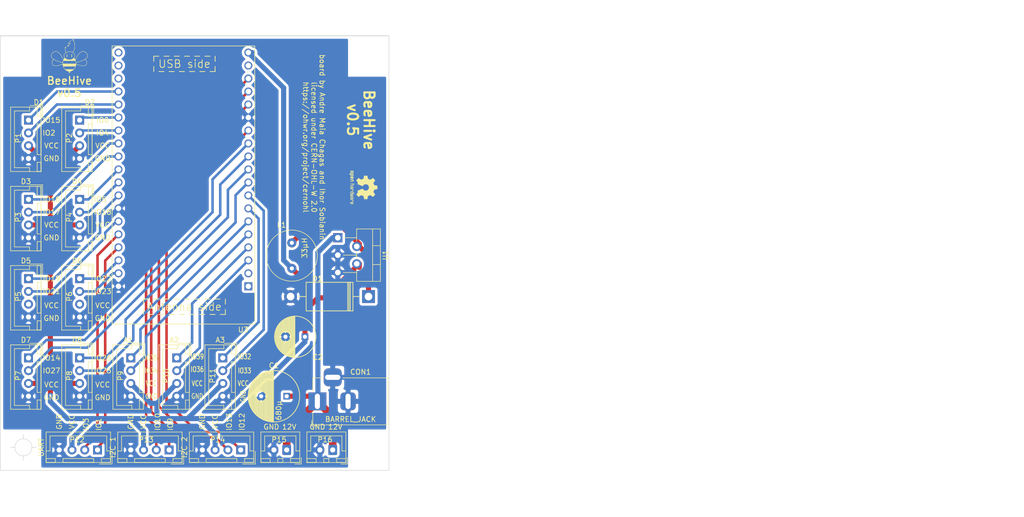
<source format=kicad_pcb>
(kicad_pcb (version 20171130) (host pcbnew 5.1.10-88a1d61d58~90~ubuntu20.04.1)
  (layers (0 F.Cu signal) (31 B.Cu signal) (34 B.Paste user) (35 F.Paste user) (36 B.SilkS user) (37 F.SilkS user) (38 B.Mask user) (39 F.Mask user) (44 Edge.Cuts user))
  (net 0 "")
  (net 1 GND)
  (net 2 "Net-(C1-Pad1)")
  (net 3 "Net-(D1-Pad1)")
  (net 4 "Net-(U3-Pad2)")
  (net 5 "Net-(U3-Pad1)")
  (net 6 D1-4)
  (net 7 D1-3)
  (net 8 +5V)
  (net 9 D2-4)
  (net 10 D2-3)
  (net 11 D3-4)
  (net 12 D3-3)
  (net 13 D4-4)
  (net 14 D4-3)
  (net 15 D5-4)
  (net 16 D5-3)
  (net 17 D6-4)
  (net 18 D6-3)
  (net 19 D7-4)
  (net 20 D7-3)
  (net 21 D8-4)
  (net 22 D8-3)
  (net 23 A1-4)
  (net 24 A1-3)
  (net 25 A2-4)
  (net 26 A2-3)
  (net 27 A3-4)
  (net 28 A3-3)
  (net 29 I2C_1-4)
  (net 30 I2C_1-3)
  (net 31 I2C_2-4)
  (net 32 I2C_2-3)
  (net 33 RX)
  (net 34 TX)
  (net 35 "Net-(U3-Pad38)")
  (net 36 "Net-(U3-Pad37)")
  (net 37 "Net-(U3-Pad36)")
  (net 38 "Net-(U3-Pad18)")
  (module Diode_THT:Diode_DO-201AD_Horizontal_RM15 (layer F.Cu) (at 207 111 180)
    (fp_text reference D1 (at 10 3.5) (layer F.SilkS))
    (fp_text value "Schottky 5A" hide)
    (pad 1 thru_hole rect (at 0.00122 -0.00296) (size 2.54 2.54) (drill 1.50114) (layers *.Cu *.Mask) (net 3 "Net-(D1-Pad1)"))
    (pad 2 thru_hole circle (at 15.24122 -0.00296) (size 2.54 2.54) (drill 1.50114) (layers *.Cu *.Mask) (net 1 GND))
  )
  (module Inductor_THT:Neosid_Inductor_MA-Bs75 (layer F.Cu) (at 192 100.5 270)
    (fp_text reference L1 (at -3.5 2 180) (layer F.SilkS))
    (fp_text value 33µH (at 1 -2.5 90) (layer F.SilkS))
    (pad 2 thru_hole circle (at 5 0 90) (size 1.8 1.8) (drill 0.8001) (layers *.Cu *.Mask) (net 8 +5V))
    (pad 1 thru_hole circle (at 0 0 90) (size 1.8 1.8) (drill 0.8001) (layers *.Cu *.Mask) (net 3 "Net-(D1-Pad1)"))
  )
  (module Capacitor_THT:C_Radial_D8_L13_P3.8 (layer F.Cu) (at 194.564 118.872 180)
    (fp_text reference C2 (at -2.5 -4 180) (layer F.SilkS))
    (fp_text value 220µ hide)
    (pad 2 thru_hole circle (at 3.8 0 180) (size 1.3 1.3) (drill 0.8) (layers *.Cu *.Mask) (net 1 GND))
    (pad 1 thru_hole rect (at 0 0 180) (size 1.3 1.3) (drill 0.8) (layers *.Cu *.Mask) (net 8 +5V))
  )
  (module logo-beehive:logo-beehive-7_2х6_7mm (layer F.Cu) (at 148.5 64)
    (fp_text reference G*** hide)
    (fp_text value LOGO hide)
  )
  (module Connector_JST:JST_XH_B2B-XH-A_1x02_P2.50mm_Vertical (layer F.Cu) (at 191 141 180)
    (fp_text reference P16 (at -7.5 2) (layer F.SilkS))
    (fp_text value Conn_01x02)
    (pad 2 thru_hole oval (at 2.5 0 180) (size 1.7 2) (drill 1) (layers *.Cu *.Mask) (net 1 GND))
    (pad 1 thru_hole roundrect (at 0 0 180) (size 1.7 2) (drill 1) (layers *.Cu *.Mask) (roundrect_rratio 0.1470588235294118) (net 2 "Net-(C1-Pad1)"))
  )
  (module Connector_JST:JST_XH_B2B-XH-A_1x02_P2.50mm_Vertical (layer F.Cu) (at 200 141 180)
    (fp_text reference P15 (at 10.5 2) (layer F.SilkS))
    (fp_text value Conn_01x02)
    (pad 2 thru_hole oval (at 2.5 0 180) (size 1.7 2) (drill 1) (layers *.Cu *.Mask) (net 1 GND))
    (pad 1 thru_hole roundrect (at 0 0 180) (size 1.7 2) (drill 1) (layers *.Cu *.Mask) (roundrect_rratio 0.1470588235294118) (net 2 "Net-(C1-Pad1)"))
  )
  (module Connector_JST:JST_XH_B04B-XH-A_04x2.50mm_Straight (layer F.Cu) (at 140.5 92 270)
    (fp_text reference P3 (at 3.5 2 90) (layer F.SilkS))
    (fp_text value D3 (at -3.5 0.5 180) (layer F.SilkS))
    (pad 4 thru_hole circle (at 7.5 0 270) (size 1.75 1.75) (drill 1) (layers *.Cu *.Mask) (net 1 GND))
    (pad 3 thru_hole circle (at 5 0 270) (size 1.75 1.75) (drill 1) (layers *.Cu *.Mask) (net 8 +5V))
    (pad 2 thru_hole circle (at 2.5 0 270) (size 1.75 1.75) (drill 1) (layers *.Cu *.Mask) (net 11 D3-4))
    (pad 1 thru_hole rect (at 0 0 270) (size 1.75 1.75) (drill 1) (layers *.Cu *.Mask) (net 12 D3-3))
  )
  (module Connector_JST:JST_XH_B04B-XH-A_04x2.50mm_Straight (layer F.Cu) (at 150.5 76.5 270)
    (fp_text reference P2 (at 3.5 2 90) (layer F.SilkS))
    (fp_text value D2 (at -3.5 -2 180) (layer F.SilkS))
    (pad 4 thru_hole circle (at 7.5 0 270) (size 1.75 1.75) (drill 1) (layers *.Cu *.Mask) (net 1 GND))
    (pad 3 thru_hole circle (at 5 0 270) (size 1.75 1.75) (drill 1) (layers *.Cu *.Mask) (net 8 +5V))
    (pad 2 thru_hole circle (at 2.5 0 270) (size 1.75 1.75) (drill 1) (layers *.Cu *.Mask) (net 9 D2-4))
    (pad 1 thru_hole rect (at 0 0 270) (size 1.75 1.75) (drill 1) (layers *.Cu *.Mask) (net 10 D2-3))
  )
  (module Connector_JST:JST_XH_B04B-XH-A_04x2.50mm_Straight (layer F.Cu) (at 140.5 76.5 270)
    (fp_text reference P1 (at 3.5 2 90) (layer F.SilkS))
    (fp_text value D1 (at -3.5 -2 180) (layer F.SilkS))
    (pad 4 thru_hole circle (at 7.5 0 270) (size 1.75 1.75) (drill 1) (layers *.Cu *.Mask) (net 1 GND))
    (pad 3 thru_hole circle (at 5 0 270) (size 1.75 1.75) (drill 1) (layers *.Cu *.Mask) (net 8 +5V))
    (pad 2 thru_hole circle (at 2.5 0 270) (size 1.75 1.75) (drill 1) (layers *.Cu *.Mask) (net 6 D1-4))
    (pad 1 thru_hole rect (at 0 0 270) (size 1.75 1.75) (drill 1) (layers *.Cu *.Mask) (net 7 D1-3))
  )
  (module Connector_JST:JST_XH_B04B-XH-A_04x2.50mm_Straight (layer F.Cu) (at 140.5 107.5 270)
    (fp_text reference P5 (at 3.5 2 90) (layer F.SilkS))
    (fp_text value D5 (at -3.5 0.5) (layer F.SilkS))
    (pad 4 thru_hole circle (at 7.5 0 270) (size 1.75 1.75) (drill 1) (layers *.Cu *.Mask) (net 1 GND))
    (pad 3 thru_hole circle (at 5 0 270) (size 1.75 1.75) (drill 1) (layers *.Cu *.Mask) (net 8 +5V))
    (pad 2 thru_hole circle (at 2.5 0 270) (size 1.75 1.75) (drill 1) (layers *.Cu *.Mask) (net 15 D5-4))
    (pad 1 thru_hole rect (at 0 0 270) (size 1.75 1.75) (drill 1) (layers *.Cu *.Mask) (net 16 D5-3))
  )
  (module "" (layer F.Cu) (at 145.5 79)
    (fp_text reference "" (at 189.5 65.5) (layer F.SilkS) (effects (font (size 1.27 1.27))))
    (fp_text value "" (at 189.5 65.5) (layer F.SilkS) (effects (font (size 1.27 1.27))))
  )
  (module Symbol:OSHW-Logo2_7.3x6mm_SilkScreen (layer F.Cu) (at 205.994 89.662 270)
    (fp_text reference " " hide)
    (fp_text value " " hide)
  )
  (module Connector_JST:JST_XH_B04B-XH-A_04x2.50mm_Straight (layer F.Cu) (at 182 141 180)
    (fp_text reference P14 (at 4.5 2 180) (layer F.SilkS))
    (fp_text value "I2C 2" (at 11 0.5 90) (layer F.SilkS))
    (pad 4 thru_hole circle (at 7.5 0 180) (size 1.75 1.75) (drill 1) (layers *.Cu *.Mask) (net 1 GND))
    (pad 3 thru_hole circle (at 5 0 180) (size 1.75 1.75) (drill 1) (layers *.Cu *.Mask) (net 8 +5V))
    (pad 2 thru_hole circle (at 2.5 0 180) (size 1.75 1.75) (drill 1) (layers *.Cu *.Mask) (net 31 I2C_2-4))
    (pad 1 thru_hole rect (at 0 0 180) (size 1.75 1.75) (drill 1) (layers *.Cu *.Mask) (net 32 I2C_2-3))
  )
  (module Connector_JST:JST_XH_B04B-XH-A_04x2.50mm_Straight (layer F.Cu) (at 154 141 180)
    (fp_text reference P12 (at 4 2 180) (layer F.SilkS))
    (fp_text value UART (at 11 0.5 90) (layer F.SilkS))
    (pad 4 thru_hole circle (at 7.5 0 180) (size 1.75 1.75) (drill 1) (layers *.Cu *.Mask) (net 1 GND))
    (pad 3 thru_hole circle (at 5 0 180) (size 1.75 1.75) (drill 1) (layers *.Cu *.Mask) (net 8 +5V))
    (pad 2 thru_hole circle (at 2.5 0 180) (size 1.75 1.75) (drill 1) (layers *.Cu *.Mask) (net 33 RX))
    (pad 1 thru_hole rect (at 0 0 180) (size 1.75 1.75) (drill 1) (layers *.Cu *.Mask) (net 34 TX))
  )
  (module Mounting_Holes:MountingHole_3.2mm_M3_DIN965 (layer F.Cu) (at 139.5 64.5 270)
    (fp_text reference "" (at 0 -3.8 90) (layer F.SilkS))
    (fp_text value "")
    (pad 1 np_thru_hole circle (at 0 0 270) (size 3.2 3.2) (drill 3.2) (layers *.Cu *.Mask))
  )
  (module Mounting_Holes:MountingHole_3.2mm_M3_DIN965 (layer F.Cu) (at 206.5 64.5 180)
    (fp_text reference "" (at 0 -3.8) (layer F.SilkS))
    (fp_text value "")
    (pad 1 np_thru_hole circle (at 0 0 180) (size 3.2 3.2) (drill 3.2) (layers *.Cu *.Mask))
  )
  (module Mounting_Holes:MountingHole_3.2mm_M3_DIN965 (layer F.Cu) (at 206.5 140.5 180)
    (fp_text reference "" (at 0 -3.8) (layer F.SilkS))
    (fp_text value "")
    (pad 1 np_thru_hole circle (at 0 0 180) (size 3.2 3.2) (drill 3.2) (layers *.Cu *.Mask))
  )
  (module Mounting_Holes:MountingHole_3.2mm_M3_DIN965 (layer F.Cu) (at 139.5 140.5)
    (fp_text reference "" (at 0 -3.8) (layer F.SilkS))
    (fp_text value "")
    (pad 1 np_thru_hole circle (at 0 0) (size 3.2 3.2) (drill 3.2) (layers *.Cu *.Mask))
  )
  (module Connector_JST:JST_XH_B04B-XH-A_04x2.50mm_Straight (layer F.Cu) (at 168 141 180)
    (fp_text reference P13 (at 4.5 2 180) (layer F.SilkS))
    (fp_text value "I2C 1" (at 11 0.5 90) (layer F.SilkS))
    (pad 4 thru_hole circle (at 7.5 0 180) (size 1.75 1.75) (drill 1) (layers *.Cu *.Mask) (net 1 GND))
    (pad 3 thru_hole circle (at 5 0 180) (size 1.75 1.75) (drill 1) (layers *.Cu *.Mask) (net 8 +5V))
    (pad 2 thru_hole circle (at 2.5 0 180) (size 1.75 1.75) (drill 1) (layers *.Cu *.Mask) (net 29 I2C_1-4))
    (pad 1 thru_hole rect (at 0 0 180) (size 1.75 1.75) (drill 1) (layers *.Cu *.Mask) (net 30 I2C_1-3))
  )
  (module Connector_JST:JST_XH_B04B-XH-A_04x2.50mm_Straight (layer F.Cu) (at 178.5 123 270)
    (fp_text reference P11 (at 3.5 2 90) (layer F.SilkS))
    (fp_text value A3 (at -3.5 0.5 180) (layer F.SilkS))
    (pad 4 thru_hole circle (at 7.5 0 270) (size 1.75 1.75) (drill 1) (layers *.Cu *.Mask) (net 1 GND))
    (pad 3 thru_hole circle (at 5 0 270) (size 1.75 1.75) (drill 1) (layers *.Cu *.Mask) (net 8 +5V))
    (pad 2 thru_hole circle (at 2.5 0 270) (size 1.75 1.75) (drill 1) (layers *.Cu *.Mask) (net 27 A3-4))
    (pad 1 thru_hole rect (at 0 0 270) (size 1.75 1.75) (drill 1) (layers *.Cu *.Mask) (net 28 A3-3))
  )
  (module Connector_JST:JST_XH_B04B-XH-A_04x2.50mm_Straight (layer F.Cu) (at 169.5 123 270)
    (fp_text reference P10 (at 3.5 2 90) (layer F.SilkS))
    (fp_text value A2 (at -3.5 0.5 180) (layer F.SilkS))
    (pad 4 thru_hole circle (at 7.5 0 270) (size 1.75 1.75) (drill 1) (layers *.Cu *.Mask) (net 1 GND))
    (pad 3 thru_hole circle (at 5 0 270) (size 1.75 1.75) (drill 1) (layers *.Cu *.Mask) (net 8 +5V))
    (pad 2 thru_hole circle (at 2.5 0 270) (size 1.75 1.75) (drill 1) (layers *.Cu *.Mask) (net 25 A2-4))
    (pad 1 thru_hole rect (at 0 0 270) (size 1.75 1.75) (drill 1) (layers *.Cu *.Mask) (net 26 A2-3))
  )
  (module Connector_JST:JST_XH_B04B-XH-A_04x2.50mm_Straight (layer F.Cu) (at 160.5 123 270)
    (fp_text reference P9 (at 3.5 2 90) (layer F.SilkS))
    (fp_text value A1 (at -3.5 0.5 180) (layer F.SilkS))
    (pad 4 thru_hole circle (at 7.5 0 270) (size 1.75 1.75) (drill 1) (layers *.Cu *.Mask) (net 1 GND))
    (pad 3 thru_hole circle (at 5 0 270) (size 1.75 1.75) (drill 1) (layers *.Cu *.Mask) (net 8 +5V))
    (pad 2 thru_hole circle (at 2.5 0 270) (size 1.75 1.75) (drill 1) (layers *.Cu *.Mask) (net 23 A1-4))
    (pad 1 thru_hole rect (at 0 0 270) (size 1.75 1.75) (drill 1) (layers *.Cu *.Mask) (net 24 A1-3))
  )
  (module Connector_JST:JST_XH_B04B-XH-A_04x2.50mm_Straight (layer F.Cu) (at 150.5 123 270)
    (fp_text reference P8 (at 3.5 2 90) (layer F.SilkS))
    (fp_text value D8 (at -3.5 0.5 180) (layer F.SilkS))
    (pad 4 thru_hole circle (at 7.5 0 270) (size 1.75 1.75) (drill 1) (layers *.Cu *.Mask) (net 1 GND))
    (pad 3 thru_hole circle (at 5 0 270) (size 1.75 1.75) (drill 1) (layers *.Cu *.Mask) (net 8 +5V))
    (pad 2 thru_hole circle (at 2.5 0 270) (size 1.75 1.75) (drill 1) (layers *.Cu *.Mask) (net 21 D8-4))
    (pad 1 thru_hole rect (at 0 0 270) (size 1.75 1.75) (drill 1) (layers *.Cu *.Mask) (net 22 D8-3))
  )
  (module Connector_JST:JST_XH_B04B-XH-A_04x2.50mm_Straight (layer F.Cu) (at 140.5 123 270)
    (fp_text reference P7 (at 3.5 2 90) (layer F.SilkS))
    (fp_text value D7 (at -3.5 0.5 180) (layer F.SilkS))
    (pad 4 thru_hole circle (at 7.5 0 270) (size 1.75 1.75) (drill 1) (layers *.Cu *.Mask) (net 1 GND))
    (pad 3 thru_hole circle (at 5 0 270) (size 1.75 1.75) (drill 1) (layers *.Cu *.Mask) (net 8 +5V))
    (pad 2 thru_hole circle (at 2.5 0 270) (size 1.75 1.75) (drill 1) (layers *.Cu *.Mask) (net 19 D7-4))
    (pad 1 thru_hole rect (at 0 0 270) (size 1.75 1.75) (drill 1) (layers *.Cu *.Mask) (net 20 D7-3))
  )
  (module Connector_JST:JST_XH_B04B-XH-A_04x2.50mm_Straight (layer F.Cu) (at 150.5 107.5 270)
    (fp_text reference P6 (at 3.5 2 90) (layer F.SilkS))
    (fp_text value D6 (at -3.5 0.5 180) (layer F.SilkS))
    (pad 4 thru_hole circle (at 7.5 0 270) (size 1.75 1.75) (drill 1) (layers *.Cu *.Mask) (net 1 GND))
    (pad 3 thru_hole circle (at 5 0 270) (size 1.75 1.75) (drill 1) (layers *.Cu *.Mask) (net 8 +5V))
    (pad 2 thru_hole circle (at 2.5 0 270) (size 1.75 1.75) (drill 1) (layers *.Cu *.Mask) (net 17 D6-4))
    (pad 1 thru_hole rect (at 0 0 270) (size 1.75 1.75) (drill 1) (layers *.Cu *.Mask) (net 18 D6-3))
  )
  (module Connector_JST:JST_XH_B04B-XH-A_04x2.50mm_Straight (layer F.Cu) (at 150.5 92 270)
    (fp_text reference P4 (at 3.5 2 90) (layer F.SilkS))
    (fp_text value D4 (at -3.5 0.5 180) (layer F.SilkS))
    (pad 4 thru_hole circle (at 7.5 0 270) (size 1.75 1.75) (drill 1) (layers *.Cu *.Mask) (net 1 GND))
    (pad 3 thru_hole circle (at 5 0 270) (size 1.75 1.75) (drill 1) (layers *.Cu *.Mask) (net 8 +5V))
    (pad 2 thru_hole circle (at 2.5 0 270) (size 1.75 1.75) (drill 1) (layers *.Cu *.Mask) (net 13 D4-4))
    (pad 1 thru_hole rect (at 0 0 270) (size 1.75 1.75) (drill 1) (layers *.Cu *.Mask) (net 14 D4-3))
  )
  (module Connector_BarrelJack:BarrelJack_Horizontal (layer F.Cu) (at 197 131.5 180)
    (fp_text reference CON1 (at -8.45 5.75) (layer F.SilkS))
    (fp_text value BARREL_JACK (at -6.5 -3.5) (layer F.SilkS))
    (pad 3 thru_hole roundrect (at -3 4.7 180) (size 3.5 3.5) (drill oval 3 1) (layers *.Cu *.Mask) (net 1 GND))
    (pad 2 thru_hole roundrect (at -6 0 180) (size 3 3.5) (drill oval 1 3) (layers *.Cu *.Mask) (net 1 GND))
    (pad 1 thru_hole rect (at 0 0 180) (size 3.5 3.5) (drill oval 1 3) (layers *.Cu *.Mask) (net 2 "Net-(C1-Pad1)"))
  )
  (module Capacitor_THT:C_Radial_D10_L21_P5 (layer F.Cu) (at 191 130.5 180)
    (fp_text reference C1 (at 2.5 6 180) (layer F.SilkS))
    (fp_text value 680µ (at 1.57 -2.754 90) (layer F.SilkS))
    (pad 1 thru_hole rect (at 0 0 180) (size 1.3 1.3) (drill 0.8) (layers *.Cu *.Mask) (net 2 "Net-(C1-Pad1)"))
    (pad 2 thru_hole circle (at 5 0 180) (size 1.3 1.3) (drill 0.8) (layers *.Cu *.Mask) (net 1 GND))
  )
  (module Package_TO_SOT_THT:TO-220-5_P3.4x3.7mm_StaggerOdd_Lead3.8mm_Vertical (layer F.Cu) (at 201 99.5 270)
    (fp_text reference U1 (at 3.4 -9.32 90) (layer F.SilkS))
    (fp_text value LM2596T-5)
    (pad 1 thru_hole rect (at 0 0 270) (size 1.8 1.8) (drill 1.1) (layers *.Cu *.Mask) (net 2 "Net-(C1-Pad1)"))
    (pad 2 thru_hole oval (at 1.7 -3.7 270) (size 1.8 1.8) (drill 1.1) (layers *.Cu *.Mask) (net 3 "Net-(D1-Pad1)"))
    (pad 3 thru_hole oval (at 3.4 0 270) (size 1.8 1.8) (drill 1.1) (layers *.Cu *.Mask) (net 1 GND))
    (pad 4 thru_hole oval (at 5.1 -3.7 270) (size 1.8 1.8) (drill 1.1) (layers *.Cu *.Mask) (net 8 +5V))
    (pad 5 thru_hole oval (at 6.8 0 270) (size 1.8 1.8) (drill 1.1) (layers *.Cu *.Mask) (net 1 GND))
  )
  (module footprints:MODULE_ESP32-DEVKITC-32D (layer F.Cu) (at 183.5 109 180)
    (fp_text reference U3 (at 1 -8.5) (layer F.SilkS))
    (fp_text value ESP32-DEVKITC-32D)
    (pad 1 thru_hole rect (at 0 0 180) (size 1.56 1.56) (drill 1.04) (layers *.Cu *.Mask) (net 5 "Net-(U3-Pad1)"))
    (pad 2 thru_hole circle (at 0 2.54 180) (size 1.56 1.56) (drill 1.04) (layers *.Cu *.Mask) (net 4 "Net-(U3-Pad2)"))
    (pad 19 thru_hole circle (at 0 45.72 180) (size 1.56 1.56) (drill 1.04) (layers *.Cu *.Mask) (net 8 +5V))
    (pad 3 thru_hole circle (at 0 5.08 180) (size 1.56 1.56) (drill 1.04) (layers *.Cu *.Mask) (net 25 A2-4))
    (pad 4 thru_hole circle (at 0 7.62 180) (size 1.56 1.56) (drill 1.04) (layers *.Cu *.Mask) (net 26 A2-3))
    (pad 5 thru_hole circle (at 0 10.16 180) (size 1.56 1.56) (drill 1.04) (layers *.Cu *.Mask) (net 23 A1-4))
    (pad 6 thru_hole circle (at 0 12.7 180) (size 1.56 1.56) (drill 1.04) (layers *.Cu *.Mask) (net 24 A1-3))
    (pad 7 thru_hole circle (at 0 15.24 180) (size 1.56 1.56) (drill 1.04) (layers *.Cu *.Mask) (net 28 A3-3))
    (pad 8 thru_hole circle (at 0 17.78 180) (size 1.56 1.56) (drill 1.04) (layers *.Cu *.Mask) (net 27 A3-4))
    (pad 9 thru_hole circle (at 0 20.32 180) (size 1.56 1.56) (drill 1.04) (layers *.Cu *.Mask) (net 21 D8-4))
    (pad 10 thru_hole circle (at 0 22.86 180) (size 1.56 1.56) (drill 1.04) (layers *.Cu *.Mask) (net 22 D8-3))
    (pad 11 thru_hole circle (at 0 25.4 180) (size 1.56 1.56) (drill 1.04) (layers *.Cu *.Mask) (net 19 D7-4))
    (pad 12 thru_hole circle (at 0 27.94 180) (size 1.56 1.56) (drill 1.04) (layers *.Cu *.Mask) (net 20 D7-3))
    (pad 13 thru_hole circle (at 0 30.48 180) (size 1.56 1.56) (drill 1.04) (layers *.Cu *.Mask) (net 32 I2C_2-3))
    (pad 14 thru_hole circle (at 0 33.02 180) (size 1.56 1.56) (drill 1.04) (layers *.Cu *.Mask) (net 1 GND))
    (pad 15 thru_hole circle (at 0 35.56 180) (size 1.56 1.56) (drill 1.04) (layers *.Cu *.Mask) (net 31 I2C_2-4))
    (pad 16 thru_hole circle (at 0 38.1 180) (size 1.56 1.56) (drill 1.04) (layers *.Cu *.Mask) (net 30 I2C_1-3))
    (pad 17 thru_hole circle (at 0 40.64 180) (size 1.56 1.56) (drill 1.04) (layers *.Cu *.Mask) (net 29 I2C_1-4))
    (pad 18 thru_hole circle (at 0 43.18 180) (size 1.56 1.56) (drill 1.04) (layers *.Cu *.Mask) (net 38 "Net-(U3-Pad18)"))
    (pad 20 thru_hole circle (at 25.4 0 180) (size 1.56 1.56) (drill 1.04) (layers *.Cu *.Mask) (net 1 GND))
    (pad 21 thru_hole circle (at 25.4 2.54 180) (size 1.56 1.56) (drill 1.04) (layers *.Cu *.Mask) (net 17 D6-4))
    (pad 22 thru_hole circle (at 25.4 5.08 180) (size 1.56 1.56) (drill 1.04) (layers *.Cu *.Mask) (net 18 D6-3))
    (pad 23 thru_hole circle (at 25.4 7.62 180) (size 1.56 1.56) (drill 1.04) (layers *.Cu *.Mask) (net 34 TX))
    (pad 24 thru_hole circle (at 25.4 10.16 180) (size 1.56 1.56) (drill 1.04) (layers *.Cu *.Mask) (net 33 RX))
    (pad 25 thru_hole circle (at 25.4 12.7 180) (size 1.56 1.56) (drill 1.04) (layers *.Cu *.Mask) (net 15 D5-4))
    (pad 26 thru_hole circle (at 25.4 15.24 180) (size 1.56 1.56) (drill 1.04) (layers *.Cu *.Mask) (net 1 GND))
    (pad 27 thru_hole circle (at 25.4 17.78 180) (size 1.56 1.56) (drill 1.04) (layers *.Cu *.Mask) (net 16 D5-3))
    (pad 28 thru_hole circle (at 25.4 20.32 180) (size 1.56 1.56) (drill 1.04) (layers *.Cu *.Mask) (net 13 D4-4))
    (pad 29 thru_hole circle (at 25.4 22.86 180) (size 1.56 1.56) (drill 1.04) (layers *.Cu *.Mask) (net 14 D4-3))
    (pad 30 thru_hole circle (at 25.4 25.4 180) (size 1.56 1.56) (drill 1.04) (layers *.Cu *.Mask) (net 11 D3-4))
    (pad 31 thru_hole circle (at 25.4 27.94 180) (size 1.56 1.56) (drill 1.04) (layers *.Cu *.Mask) (net 12 D3-3))
    (pad 32 thru_hole circle (at 25.4 30.48 180) (size 1.56 1.56) (drill 1.04) (layers *.Cu *.Mask) (net 9 D2-4))
    (pad 33 thru_hole circle (at 25.4 33.02 180) (size 1.56 1.56) (drill 1.04) (layers *.Cu *.Mask) (net 10 D2-3))
    (pad 34 thru_hole circle (at 25.4 35.56 180) (size 1.56 1.56) (drill 1.04) (layers *.Cu *.Mask) (net 6 D1-4))
    (pad 35 thru_hole circle (at 25.4 38.1 180) (size 1.56 1.56) (drill 1.04) (layers *.Cu *.Mask) (net 7 D1-3))
    (pad 36 thru_hole circle (at 25.4 40.64 180) (size 1.56 1.56) (drill 1.04) (layers *.Cu *.Mask) (net 37 "Net-(U3-Pad36)"))
    (pad 37 thru_hole circle (at 25.4 43.18 180) (size 1.56 1.56) (drill 1.04) (layers *.Cu *.Mask) (net 36 "Net-(U3-Pad37)"))
    (pad 38 thru_hole circle (at 25.4 45.72 180) (size 1.56 1.56) (drill 1.04) (layers *.Cu *.Mask) (net 35 "Net-(U3-Pad38)"))
  )
  (gr_text "board by Andre Maia Chagas and Ihor Sobianin\nlicensed under CERN-OHL-W 2.0\nhttps://ohwr.org/project/cernohl" (at 196.342 81.788 270) (layer F.SilkS) (effects (font (size 1 1))))
  (gr_text "BeeHive\nv0.5" (at 148.5 70) (layer F.SilkS) (effects (font (size 1.5 1.5) (thickness 0.25))))
  (gr_text 12V (at 200.5 136.5) (layer F.SilkS) (effects (font (size 1 1))))
  (gr_text GND (at 197 136.5) (layer F.SilkS) (effects (font (size 1 1))))
  (target plus (at 139.5 140.5) (size 5) (width 0.1) (layer Edge.Cuts))
  (gr_line (start 179 111.5) (end 179 112.5) (layer F.SilkS) (width 0.15))
  (gr_line (start 179 113.5) (end 179 114.5) (layer F.SilkS) (width 0.15))
  (gr_line (start 163 111.5) (end 163 112.5) (layer F.SilkS) (width 0.15))
  (gr_line (start 163 113.5) (end 163 114.5) (layer F.SilkS) (width 0.15))
  (gr_line (start 168 64) (end 167 64) (layer F.SilkS) (width 0.15))
  (gr_line (start 170 64) (end 169 64) (layer F.SilkS) (width 0.15))
  (gr_line (start 172 64) (end 171 64) (layer F.SilkS) (width 0.15))
  (gr_line (start 174 64) (end 173 64) (layer F.SilkS) (width 0.15))
  (gr_line (start 176 64) (end 175 64) (layer F.SilkS) (width 0.15))
  (gr_line (start 177 66) (end 177 67) (layer F.SilkS) (width 0.15))
  (gr_line (start 177 64) (end 177 65) (layer F.SilkS) (width 0.15))
  (gr_line (start 169 67) (end 168 67) (layer F.SilkS) (width 0.15))
  (gr_line (start 171 67) (end 170 67) (layer F.SilkS) (width 0.15))
  (gr_line (start 173 67) (end 172 67) (layer F.SilkS) (width 0.15))
  (gr_line (start 175 67) (end 174 67) (layer F.SilkS) (width 0.15))
  (gr_line (start 177 67) (end 176 67) (layer F.SilkS) (width 0.15))
  (gr_line (start 167 67) (end 166 67) (layer F.SilkS) (width 0.15))
  (gr_line (start 165 66) (end 165 67) (layer F.SilkS) (width 0.15))
  (gr_line (start 165 64) (end 165 65) (layer F.SilkS) (width 0.15))
  (gr_line (start 166 64) (end 165 64) (layer F.SilkS) (width 0.15))
  (gr_text "USB side" (at 171 65.5) (layer F.SilkS) (effects (font (size 1.5 1.5))))
  (gr_line (start 169 114.5) (end 168 114.5) (layer F.SilkS) (width 0.15))
  (gr_line (start 171 114.5) (end 170 114.5) (layer F.SilkS) (width 0.15))
  (gr_line (start 173 114.5) (end 172 114.5) (layer F.SilkS) (width 0.15))
  (gr_line (start 175 114.5) (end 174 114.5) (layer F.SilkS) (width 0.15))
  (gr_line (start 177 114.5) (end 176 114.5) (layer F.SilkS) (width 0.15))
  (gr_line (start 179 114.5) (end 178 114.5) (layer F.SilkS) (width 0.15))
  (gr_line (start 165 114.5) (end 164 114.5) (layer F.SilkS) (width 0.15))
  (gr_line (start 167 114.5) (end 166 114.5) (layer F.SilkS) (width 0.15))
  (gr_line (start 164 111.5) (end 163 111.5) (layer F.SilkS) (width 0.15))
  (gr_line (start 166 111.5) (end 165 111.5) (layer F.SilkS) (width 0.15))
  (gr_line (start 168 111.5) (end 167 111.5) (layer F.SilkS) (width 0.15))
  (gr_line (start 170 111.5) (end 169 111.5) (layer F.SilkS) (width 0.15))
  (gr_line (start 172 111.5) (end 171 111.5) (layer F.SilkS) (width 0.15))
  (gr_line (start 174 111.5) (end 173 111.5) (layer F.SilkS) (width 0.15))
  (gr_line (start 176 111.5) (end 175 111.5) (layer F.SilkS) (width 0.15))
  (gr_line (start 178 111.5) (end 177 111.5) (layer F.SilkS) (width 0.15))
  (gr_text "Antenna side" (at 171 113) (layer F.SilkS) (effects (font (size 1.5 1.5))))
  (gr_text GND (at 146.5 135.5 90) (layer F.SilkS) (effects (font (size 1 1))))
  (gr_text VCC (at 149 135.5 90) (layer F.SilkS) (effects (font (size 1 1))))
  (gr_text VCC (at 177 135.5 90) (layer F.SilkS) (effects (font (size 1 1))))
  (gr_text GND (at 174.5 135.5 90) (layer F.SilkS) (effects (font (size 1 1))))
  (gr_text GND (at 145 130.75) (layer F.SilkS) (effects (font (size 1 1))))
  (gr_text VCC (at 155 128.25) (layer F.SilkS) (effects (font (size 1 1))))
  (gr_text GND (at 155 130.75) (layer F.SilkS) (effects (font (size 1 1))))
  (gr_text VCC (at 145 128.25) (layer F.SilkS) (effects (font (size 1 1))))
  (gr_text GND (at 145 115.25) (layer F.SilkS) (effects (font (size 1 1))))
  (gr_text VCC (at 155 112.75) (layer F.SilkS) (effects (font (size 1 1))))
  (gr_text GND (at 155 115.25) (layer F.SilkS) (effects (font (size 1 1))))
  (gr_text VCC (at 145 112.75) (layer F.SilkS) (effects (font (size 1 1))))
  (gr_text GND (at 145 99.5) (layer F.SilkS) (effects (font (size 1 1))))
  (gr_text VCC (at 155 97) (layer F.SilkS) (effects (font (size 1 1))))
  (gr_text GND (at 155 99.5) (layer F.SilkS) (effects (font (size 1 1))))
  (gr_text VCC (at 145 97) (layer F.SilkS) (effects (font (size 1 1))))
  (gr_text "BeeHive\nv0.5" (at 205.486 76.454 270) (layer F.SilkS) (effects (font (size 2 2) (thickness 0.4))))
  (gr_text 12V (at 191.5 136.5) (layer F.SilkS) (effects (font (size 1 1))))
  (gr_text GND (at 188 136.5) (layer F.SilkS) (effects (font (size 1 1))))
  (gr_text IO1 (at 154.25 136 90) (layer F.SilkS) (effects (font (size 1 1))))
  (gr_text IO3 (at 151.75 136 90) (layer F.SilkS) (effects (font (size 1 1))))
  (gr_text IO12 (at 182.25 135.5 90) (layer F.SilkS) (effects (font (size 1 1))))
  (gr_text IO13 (at 179.75 135.5 90) (layer F.SilkS) (effects (font (size 1 1))))
  (gr_text IO9 (at 168.25 136 90) (layer F.SilkS) (effects (font (size 1 1))))
  (gr_text IO10 (at 165.75 135.5 90) (layer F.SilkS) (effects (font (size 1 1))))
  (gr_text VCC (at 163 135.5 90) (layer F.SilkS) (effects (font (size 1 1))))
  (gr_text GND (at 160.5 135.5 90) (layer F.SilkS) (effects (font (size 1 1))))
  (gr_text VCC (at 182.5 128) (layer F.SilkS) (effects (font (size 1 0.75))))
  (gr_text GND (at 182.5 130.5 90) (layer F.SilkS) (effects (font (size 1 0.75) (thickness 0.125))))
  (gr_text IO32 (at 182.75 122.75) (layer F.SilkS) (effects (font (size 1 0.75))))
  (gr_text IO33 (at 182.75 125.5) (layer F.SilkS) (effects (font (size 1 0.75))))
  (gr_text VCC (at 173.5 128) (layer F.SilkS) (effects (font (size 1 0.75))))
  (gr_text GND (at 173.5 130.5) (layer F.SilkS) (effects (font (size 1 0.75) (thickness 0.125))))
  (gr_text IO39 (at 173.5 122.75) (layer F.SilkS) (effects (font (size 1 0.75))))
  (gr_text IO36 (at 173.5 125.25) (layer F.SilkS) (effects (font (size 1 0.75))))
  (gr_text VCC (at 164.5 128) (layer F.SilkS) (effects (font (size 1 0.75))))
  (gr_text GND (at 164.5 130.5) (layer F.SilkS) (effects (font (size 1 0.75) (thickness 0.125))))
  (gr_text IO35 (at 164.5 123) (layer F.SilkS) (effects (font (size 1 0.75))))
  (gr_text IO34 (at 164.5 125.5) (layer F.SilkS) (effects (font (size 1 0.75))))
  (gr_text IO14 (at 145 123) (layer F.SilkS) (effects (font (size 1 1))))
  (gr_text IO27 (at 145 125.5) (layer F.SilkS) (effects (font (size 1 1))))
  (gr_text IO26 (at 155 123) (layer F.SilkS) (effects (font (size 1 1))))
  (gr_text IO25 (at 155 125.5) (layer F.SilkS) (effects (font (size 1 1))))
  (gr_text IO19 (at 145 107.5) (layer F.SilkS) (effects (font (size 1 1))))
  (gr_text IO21 (at 145 110) (layer F.SilkS) (effects (font (size 1 1))))
  (gr_text IO22 (at 155 107.5) (layer F.SilkS) (effects (font (size 1 1))))
  (gr_text IO23 (at 155 110) (layer F.SilkS) (effects (font (size 1 1))))
  (gr_text IO16 (at 145 92) (layer F.SilkS) (effects (font (size 1 1))))
  (gr_text IO17 (at 145 94.5) (layer F.SilkS) (effects (font (size 1 1))))
  (gr_text IO5 (at 154.5 92) (layer F.SilkS) (effects (font (size 1 1))))
  (gr_text IO18 (at 155 94.5) (layer F.SilkS) (effects (font (size 1 1))))
  (gr_text VCC (at 145 81.5) (layer F.SilkS) (effects (font (size 1 1))))
  (gr_text IO0 (at 155 76.5) (layer F.SilkS) (effects (font (size 1 1))))
  (gr_text IO4 (at 155 79) (layer F.SilkS) (effects (font (size 1 1))))
  (gr_text GND (at 155 84) (layer F.SilkS) (effects (font (size 1 1))))
  (gr_text VCC (at 155 81.5) (layer F.SilkS) (effects (font (size 1 1))))
  (gr_text IO2 (at 144.5 79) (layer F.SilkS) (effects (font (size 1 1))))
  (gr_text IO15 (at 145 76.5) (layer F.SilkS) (effects (font (size 1 1))))
  (gr_text GND (at 145 84) (layer F.SilkS) (effects (font (size 1 1))))
  (gr_line (start 135 60) (end 135 145) (layer Edge.Cuts) (width 0.1))
  (gr_line (start 211 145) (end 211 60) (layer Edge.Cuts) (width 0.1))
  (gr_line (start 211 145) (end 135 145) (layer Edge.Cuts) (width 0.1))
  (gr_line (start 135 60) (end 211 60) (layer Edge.Cuts) (width 0.15))
  (segment (start 196 130.5) (end 197 131.5) (width 1) (layer F.Cu) (net 2))
  (segment (start 191 130.5) (end 196 130.5) (width 1) (layer F.Cu) (net 2))
  (segment (start 191 137.5) (end 191 141) (width 1.5) (layer F.Cu) (net 2))
  (segment (start 197 131.5) (end 191 137.5) (width 1.5) (layer F.Cu) (net 2))
  (segment (start 200 134.5) (end 200 141) (width 1.5) (layer F.Cu) (net 2))
  (segment (start 197 131.5) (end 200 134.5) (width 1.5) (layer F.Cu) (net 2))
  (segment (start 201 99.5) (end 199.966 99.5) (width 1) (layer B.Cu) (net 2))
  (segment (start 199.966 99.5) (end 197.104 102.362) (width 1) (layer B.Cu) (net 2))
  (segment (start 197.104 131.396) (end 197 131.5) (width 1) (layer B.Cu) (net 2))
  (segment (start 197.104 102.362) (end 197.104 131.396) (width 1) (layer B.Cu) (net 2))
  (segment (start 201.5 97) (end 195.5 97) (width 1) (layer F.Cu) (net 3))
  (segment (start 195.5 97) (end 192 100.5) (width 1) (layer F.Cu) (net 3))
  (segment (start 205.2 101.2) (end 205.2 100.7) (width 1) (layer F.Cu) (net 3))
  (segment (start 205.2 100.7) (end 201.5 97) (width 1) (layer F.Cu) (net 3))
  (segment (start 206.99878 102.99878) (end 205.2 101.2) (width 1) (layer F.Cu) (net 3))
  (segment (start 206.99878 111.00296) (end 206.99878 102.99878) (width 1) (layer F.Cu) (net 3))
  (segment (start 150.56 73.44) (end 158.1 73.44) (width 0.5) (layer B.Cu) (net 6))
  (segment (start 146.06 73.44) (end 140.5 79) (width 0.5) (layer B.Cu) (net 6))
  (segment (start 150.56 73.44) (end 146.06 73.44) (width 0.5) (layer B.Cu) (net 6))
  (segment (start 146.1 70.9) (end 140.5 76.5) (width 0.5) (layer B.Cu) (net 7))
  (segment (start 158.1 70.9) (end 146.1 70.9) (width 0.5) (layer B.Cu) (net 7))
  (segment (start 184.28 63.28) (end 183.5 63.28) (width 1) (layer B.Cu) (net 8))
  (segment (start 205.2 104.6) (end 205.2 105.3) (width 1) (layer F.Cu) (net 8))
  (segment (start 192 105.5) (end 194.564 108.064) (width 1) (layer F.Cu) (net 8))
  (segment (start 194.564 114.046) (end 194.564 113.792) (width 1) (layer F.Cu) (net 8))
  (segment (start 194.564 108.064) (end 194.564 114.046) (width 1) (layer F.Cu) (net 8))
  (segment (start 194.564 114.046) (end 194.564 118.872) (width 1) (layer F.Cu) (net 8))
  (segment (start 194.564 113.792) (end 197.104 111.252) (width 1) (layer F.Cu) (net 8))
  (segment (start 198.548 111.252) (end 205.2 104.6) (width 1) (layer F.Cu) (net 8))
  (segment (start 197.104 111.252) (end 198.548 111.252) (width 1) (layer F.Cu) (net 8))
  (segment (start 194.564 118.872) (end 194.564 119.126) (width 1) (layer F.Cu) (net 8))
  (segment (start 194.564 118.872) (end 194.564 119.888) (width 1) (layer B.Cu) (net 8))
  (segment (start 194.564 119.888) (end 187.96 126.492) (width 1) (layer B.Cu) (net 8))
  (segment (start 187.96 126.492) (end 186.69 126.492) (width 1) (layer B.Cu) (net 8))
  (segment (start 186.69 126.492) (end 178.308 134.874) (width 1) (layer B.Cu) (net 8))
  (via (at 144.78 130.302) (size 0.8) (drill 0.4) (layers F.Cu B.Cu) (net 8))
  (segment (start 144.78 131.572) (end 144.78 130.302) (width 1) (layer B.Cu) (net 8))
  (segment (start 148.082 134.874) (end 144.78 131.572) (width 1) (layer B.Cu) (net 8))
  (segment (start 144.78 85.78) (end 140.5 81.5) (width 1) (layer F.Cu) (net 8))
  (segment (start 145.386 86.614) (end 150.5 81.5) (width 1) (layer F.Cu) (net 8))
  (segment (start 144.78 86.614) (end 145.386 86.614) (width 1) (layer F.Cu) (net 8))
  (segment (start 144.78 86.614) (end 144.78 85.78) (width 1) (layer F.Cu) (net 8))
  (segment (start 144.78 103.378) (end 144.78 100.584) (width 1) (layer F.Cu) (net 8))
  (segment (start 140.5 97) (end 142.974 97) (width 1) (layer F.Cu) (net 8))
  (segment (start 144.78 98.806) (end 144.78 86.614) (width 1) (layer F.Cu) (net 8))
  (segment (start 142.974 97) (end 144.78 98.806) (width 1) (layer F.Cu) (net 8))
  (segment (start 144.78 103.378) (end 144.78 98.806) (width 1) (layer F.Cu) (net 8))
  (segment (start 146.586 97) (end 144.78 98.806) (width 1) (layer F.Cu) (net 8))
  (segment (start 150.5 97) (end 146.586 97) (width 1) (layer F.Cu) (net 8))
  (segment (start 143.494 128) (end 144.78 129.286) (width 1) (layer F.Cu) (net 8))
  (segment (start 140.5 128) (end 143.494 128) (width 1) (layer F.Cu) (net 8))
  (segment (start 144.78 129.286) (end 144.78 103.378) (width 1) (layer F.Cu) (net 8))
  (segment (start 144.78 130.302) (end 144.78 129.286) (width 1) (layer F.Cu) (net 8))
  (segment (start 146.066 128) (end 144.78 129.286) (width 1) (layer F.Cu) (net 8))
  (segment (start 150.5 128) (end 146.066 128) (width 1) (layer F.Cu) (net 8))
  (segment (start 149 138.782) (end 152.908 134.874) (width 1) (layer B.Cu) (net 8))
  (segment (start 149 141) (end 149 138.782) (width 1) (layer B.Cu) (net 8))
  (segment (start 152.908 134.874) (end 148.082 134.874) (width 1) (layer B.Cu) (net 8))
  (segment (start 163 137.346) (end 160.528 134.874) (width 1) (layer B.Cu) (net 8))
  (segment (start 163 141) (end 163 137.346) (width 1) (layer B.Cu) (net 8))
  (segment (start 160.528 134.874) (end 152.908 134.874) (width 1) (layer B.Cu) (net 8))
  (segment (start 177 137.884) (end 173.99 134.874) (width 1) (layer B.Cu) (net 8))
  (segment (start 177 141) (end 177 137.884) (width 1) (layer B.Cu) (net 8))
  (segment (start 178.308 134.874) (end 173.99 134.874) (width 1) (layer B.Cu) (net 8))
  (segment (start 171.958 134.542) (end 171.958 134.874) (width 1) (layer B.Cu) (net 8))
  (segment (start 178.5 128) (end 171.958 134.542) (width 1) (layer B.Cu) (net 8))
  (segment (start 173.99 134.874) (end 171.958 134.874) (width 1) (layer B.Cu) (net 8))
  (segment (start 165.608 131.892) (end 165.608 134.874) (width 1) (layer B.Cu) (net 8))
  (segment (start 169.5 128) (end 165.608 131.892) (width 1) (layer B.Cu) (net 8))
  (segment (start 165.608 134.874) (end 160.528 134.874) (width 1) (layer B.Cu) (net 8))
  (segment (start 171.958 134.874) (end 165.608 134.874) (width 1) (layer B.Cu) (net 8))
  (segment (start 164.392 131.892) (end 160.5 128) (width 1) (layer B.Cu) (net 8))
  (segment (start 165.608 131.892) (end 164.392 131.892) (width 1) (layer B.Cu) (net 8))
  (segment (start 190.399999 103.899999) (end 192 105.5) (width 1) (layer B.Cu) (net 8))
  (segment (start 190.399999 70.179999) (end 190.399999 103.899999) (width 1) (layer B.Cu) (net 8))
  (segment (start 183.5 63.28) (end 190.399999 70.179999) (width 1) (layer B.Cu) (net 8))
  (segment (start 150.98 78.52) (end 150.5 79) (width 0.5) (layer B.Cu) (net 9))
  (segment (start 158.1 78.52) (end 150.98 78.52) (width 0.5) (layer B.Cu) (net 9))
  (segment (start 151.02 75.98) (end 150.5 76.5) (width 0.5) (layer B.Cu) (net 10))
  (segment (start 158.1 75.98) (end 151.02 75.98) (width 0.5) (layer B.Cu) (net 10))
  (segment (start 155.9 83.6) (end 158.1 83.6) (width 0.5) (layer B.Cu) (net 11))
  (segment (start 145 94.5) (end 145.5 94) (width 0.5) (layer B.Cu) (net 11))
  (segment (start 140.5 94.5) (end 145 94.5) (width 0.5) (layer B.Cu) (net 11))
  (segment (start 145.5 94) (end 155.9 83.6) (width 0.5) (layer B.Cu) (net 11))
  (segment (start 156.44 81.06) (end 158.1 81.06) (width 0.5) (layer B.Cu) (net 12))
  (segment (start 145.5 92) (end 140.5 92) (width 0.5) (layer B.Cu) (net 12))
  (segment (start 156.44 81.06) (end 145.5 92) (width 0.5) (layer B.Cu) (net 12))
  (segment (start 157.320001 89.459999) (end 158.1 88.68) (width 0.5) (layer B.Cu) (net 13))
  (segment (start 153.5 93.28) (end 157.320001 89.459999) (width 0.5) (layer B.Cu) (net 13))
  (segment (start 152.28 94.5) (end 153.5 93.28) (width 0.5) (layer B.Cu) (net 13))
  (segment (start 150.5 94.5) (end 152.28 94.5) (width 0.5) (layer B.Cu) (net 13))
  (segment (start 157.320001 86.919999) (end 158.1 86.14) (width 0.5) (layer B.Cu) (net 14))
  (segment (start 152.24 92) (end 152.87 91.37) (width 0.5) (layer B.Cu) (net 14))
  (segment (start 150.5 92) (end 152.24 92) (width 0.5) (layer B.Cu) (net 14))
  (segment (start 152.87 91.37) (end 157.320001 86.919999) (width 0.5) (layer B.Cu) (net 14))
  (segment (start 157.7 96.3) (end 158.1 96.3) (width 0.5) (layer B.Cu) (net 15))
  (segment (start 155.5 99.469999) (end 155.5 98.5) (width 0.5) (layer B.Cu) (net 15))
  (segment (start 155.5 98.5) (end 157.7 96.3) (width 0.5) (layer B.Cu) (net 15))
  (segment (start 144.97 110) (end 145.485 109.485) (width 0.5) (layer B.Cu) (net 15))
  (segment (start 140.5 110) (end 144.97 110) (width 0.5) (layer B.Cu) (net 15))
  (segment (start 145.485 109.485) (end 155.5 99.469999) (width 0.5) (layer B.Cu) (net 15))
  (segment (start 157.320001 91.999999) (end 158.1 91.22) (width 0.5) (layer B.Cu) (net 16))
  (segment (start 154.5 94.82) (end 157.320001 91.999999) (width 0.5) (layer B.Cu) (net 16))
  (segment (start 154.5 98.5) (end 154.5 94.82) (width 0.5) (layer B.Cu) (net 16))
  (segment (start 145.5 107.5) (end 154.5 98.5) (width 0.5) (layer B.Cu) (net 16))
  (segment (start 140.5 107.5) (end 145.5 107.5) (width 0.5) (layer B.Cu) (net 16))
  (segment (start 156.169988 107.286926) (end 156.996914 106.46) (width 0.5) (layer B.Cu) (net 17))
  (segment (start 156.996914 106.46) (end 158.1 106.46) (width 0.5) (layer B.Cu) (net 17))
  (segment (start 153.456914 110) (end 156.169988 107.286926) (width 0.5) (layer B.Cu) (net 17))
  (segment (start 150.5 110) (end 153.456914 110) (width 0.5) (layer B.Cu) (net 17))
  (segment (start 157.320001 104.699999) (end 158.1 103.92) (width 0.5) (layer B.Cu) (net 18))
  (segment (start 154.52 107.5) (end 155.01 107.01) (width 0.5) (layer B.Cu) (net 18))
  (segment (start 150.5 107.5) (end 154.52 107.5) (width 0.5) (layer B.Cu) (net 18))
  (segment (start 155.01 107.01) (end 157.320001 104.699999) (width 0.5) (layer B.Cu) (net 18))
  (segment (start 182.720001 84.379999) (end 183.5 83.6) (width 0.5) (layer B.Cu) (net 19))
  (segment (start 178 95) (end 178 89.1) (width 0.5) (layer B.Cu) (net 19))
  (segment (start 178 89.1) (end 182.720001 84.379999) (width 0.5) (layer B.Cu) (net 19))
  (segment (start 149.5 121) (end 152 121) (width 0.5) (layer B.Cu) (net 19))
  (segment (start 152 121) (end 178 95) (width 0.5) (layer B.Cu) (net 19))
  (segment (start 145 121) (end 140.5 125.5) (width 0.5) (layer B.Cu) (net 19))
  (segment (start 149.5 121) (end 145 121) (width 0.5) (layer B.Cu) (net 19))
  (segment (start 144 119.5) (end 140.5 123) (width 0.5) (layer B.Cu) (net 20))
  (segment (start 151.5 119.5) (end 144 119.5) (width 0.5) (layer B.Cu) (net 20))
  (segment (start 176.5 94.5) (end 151.5 119.5) (width 0.5) (layer B.Cu) (net 20))
  (segment (start 176.5 88.06) (end 176.5 94.5) (width 0.5) (layer B.Cu) (net 20))
  (segment (start 183.5 81.06) (end 176.5 88.06) (width 0.5) (layer B.Cu) (net 20))
  (segment (start 181 91.18) (end 183.5 88.68) (width 0.5) (layer B.Cu) (net 21))
  (segment (start 161 119.5) (end 161 116.5) (width 0.5) (layer B.Cu) (net 21))
  (segment (start 181 96.5) (end 181 91.18) (width 0.5) (layer B.Cu) (net 21))
  (segment (start 161 116.5) (end 181 96.5) (width 0.5) (layer B.Cu) (net 21))
  (segment (start 155 125.5) (end 155.5 125) (width 0.5) (layer B.Cu) (net 21))
  (segment (start 150.5 125.5) (end 155 125.5) (width 0.5) (layer B.Cu) (net 21))
  (segment (start 155.5 125) (end 161 119.5) (width 0.5) (layer B.Cu) (net 21))
  (segment (start 155.5 123) (end 150.5 123) (width 0.5) (layer B.Cu) (net 22))
  (segment (start 159.5 115.5) (end 159.5 119) (width 0.5) (layer B.Cu) (net 22))
  (segment (start 159.5 119) (end 155.5 123) (width 0.5) (layer B.Cu) (net 22))
  (segment (start 179.5 95.5) (end 159.5 115.5) (width 0.5) (layer B.Cu) (net 22))
  (segment (start 179.5 90.14) (end 179.5 95.5) (width 0.5) (layer B.Cu) (net 22))
  (segment (start 183.5 86.14) (end 179.5 90.14) (width 0.5) (layer B.Cu) (net 22))
  (segment (start 182.720001 99.619999) (end 183.5 98.84) (width 0.5) (layer B.Cu) (net 23))
  (segment (start 163.5 118.84) (end 182.720001 99.619999) (width 0.5) (layer B.Cu) (net 23))
  (segment (start 160.5 125.5) (end 163.5 122.5) (width 0.5) (layer B.Cu) (net 23))
  (segment (start 163.5 122.5) (end 163.5 118.84) (width 0.5) (layer B.Cu) (net 23))
  (segment (start 162.399967 117.400033) (end 183.5 96.3) (width 0.5) (layer B.Cu) (net 24))
  (segment (start 160.5 123) (end 162.399967 121.100033) (width 0.5) (layer B.Cu) (net 24))
  (segment (start 162.399967 121.100033) (end 162.399967 117.400033) (width 0.5) (layer B.Cu) (net 24))
  (segment (start 176 111.42) (end 183.5 103.92) (width 0.5) (layer B.Cu) (net 25))
  (segment (start 174 113.42) (end 176 111.42) (width 0.5) (layer B.Cu) (net 25))
  (segment (start 174 121) (end 174 120) (width 0.5) (layer B.Cu) (net 25))
  (segment (start 169.5 125.5) (end 174 121) (width 0.5) (layer B.Cu) (net 25))
  (segment (start 174 120) (end 174 113.42) (width 0.5) (layer B.Cu) (net 25))
  (segment (start 180.96 103.92) (end 183.5 101.38) (width 0.5) (layer B.Cu) (net 26))
  (segment (start 172.5 112.38) (end 180.96 103.92) (width 0.5) (layer B.Cu) (net 26))
  (segment (start 172.5 120) (end 169.5 123) (width 0.5) (layer B.Cu) (net 26))
  (segment (start 172.5 119) (end 172.5 120) (width 0.5) (layer B.Cu) (net 26))
  (segment (start 172.5 119) (end 172.5 112.38) (width 0.5) (layer B.Cu) (net 26))
  (segment (start 186.5 94.22) (end 183.5 91.22) (width 0.5) (layer B.Cu) (net 27))
  (segment (start 186.5 117) (end 186.5 94.22) (width 0.5) (layer B.Cu) (net 27))
  (segment (start 186.5 117.5) (end 178.5 125.5) (width 0.5) (layer B.Cu) (net 27))
  (segment (start 186.5 117) (end 186.5 117.5) (width 0.5) (layer B.Cu) (net 27))
  (segment (start 185.5 95.76) (end 183.5 93.76) (width 0.5) (layer B.Cu) (net 28))
  (segment (start 185.5 116) (end 178.5 123) (width 0.5) (layer B.Cu) (net 28))
  (segment (start 185.5 116) (end 185.5 95.76) (width 0.5) (layer B.Cu) (net 28))
  (segment (start 165.5 136.5) (end 165.5 141) (width 0.5) (layer F.Cu) (net 29))
  (segment (start 163.5 134.5) (end 165.5 136.5) (width 0.5) (layer F.Cu) (net 29))
  (segment (start 163.5 88.36) (end 163.5 134.5) (width 0.5) (layer F.Cu) (net 29))
  (segment (start 183.5 68.36) (end 163.5 88.36) (width 0.5) (layer F.Cu) (net 29))
  (segment (start 168 137) (end 168 141) (width 0.5) (layer F.Cu) (net 30))
  (segment (start 164.5 133.5) (end 168 137) (width 0.5) (layer F.Cu) (net 30))
  (segment (start 164.5 89.9) (end 164.5 133.5) (width 0.5) (layer F.Cu) (net 30))
  (segment (start 183.5 70.9) (end 164.5 89.9) (width 0.5) (layer F.Cu) (net 30))
  (segment (start 177 138.5) (end 177.5 139) (width 0.5) (layer F.Cu) (net 31))
  (segment (start 172 138.5) (end 177 138.5) (width 0.5) (layer F.Cu) (net 31))
  (segment (start 166 132.5) (end 172 138.5) (width 0.5) (layer F.Cu) (net 31))
  (segment (start 166 90.94) (end 166 132.5) (width 0.5) (layer F.Cu) (net 31))
  (segment (start 177.5 139) (end 179.5 141) (width 0.5) (layer F.Cu) (net 31))
  (segment (start 183.5 73.44) (end 166 90.94) (width 0.5) (layer F.Cu) (net 31))
  (segment (start 178.5 137.5) (end 182 141) (width 0.5) (layer F.Cu) (net 32))
  (segment (start 173.5 137.5) (end 178.5 137.5) (width 0.5) (layer F.Cu) (net 32))
  (segment (start 167.5 131.5) (end 173.5 137.5) (width 0.5) (layer F.Cu) (net 32))
  (segment (start 167.5 94.52) (end 167.5 131.5) (width 0.5) (layer F.Cu) (net 32))
  (segment (start 183.5 78.52) (end 167.5 94.52) (width 0.5) (layer F.Cu) (net 32))
  (segment (start 154 138) (end 151.5 140.5) (width 0.5) (layer F.Cu) (net 33))
  (segment (start 154 102.94) (end 154 138) (width 0.5) (layer F.Cu) (net 33))
  (segment (start 151.5 140.5) (end 151.5 141) (width 0.5) (layer F.Cu) (net 33))
  (segment (start 158.1 98.84) (end 154 102.94) (width 0.5) (layer F.Cu) (net 33))
  (segment (start 154 140.5) (end 154 141) (width 0.5) (layer F.Cu) (net 34))
  (segment (start 155.5 139) (end 154 140.5) (width 0.5) (layer F.Cu) (net 34))
  (segment (start 155.5 103.98) (end 155.5 139) (width 0.5) (layer F.Cu) (net 34))
  (segment (start 158.1 101.38) (end 155.5 103.98) (width 0.5) (layer F.Cu) (net 34))
  (zone (net 1) (net_name GND) (layer B.Cu) (connect_pads (clearance 0.5)) (min_thickness 0.5) (fill yes (arc_segments 32) (thermal_gap 0.5) (thermal_bridge_width 1))
    (polygon (pts (xy 143 60.5) (xy 203 60.5) (xy 203 68) (xy 210.5 68) (xy 210.5 137) (xy 203 137) (xy 203 144.5) (xy 143 144.5) (xy 143 137) (xy 135.5 137) (xy 135.5 68) (xy 143 68)))
  )
)
</source>
